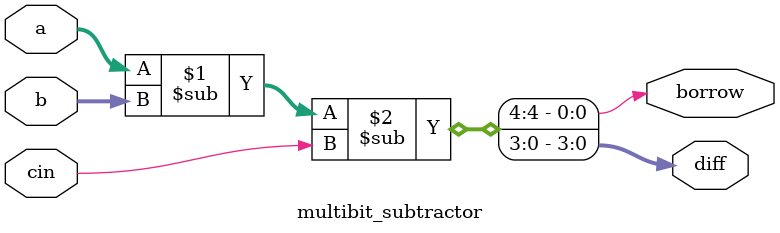
<source format=v>
`timescale 1ns / 1ps
module multibit_subtractor(a,b,cin,diff,borrow);
input [3:0]a,b;
input cin;
output [3:0]diff;
output borrow;
assign {borrow,diff}=a-b-cin;
endmodule


</source>
